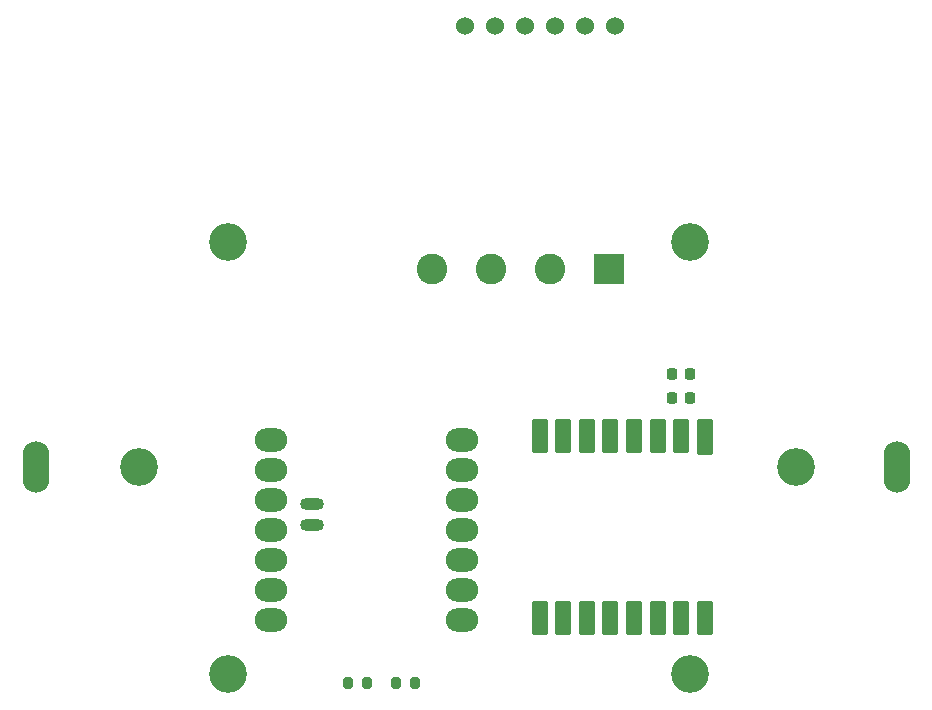
<source format=gbr>
%TF.GenerationSoftware,KiCad,Pcbnew,7.0.9*%
%TF.CreationDate,2024-03-18T18:38:56+01:00*%
%TF.ProjectId,esp32c3,65737033-3263-4332-9e6b-696361645f70,rev?*%
%TF.SameCoordinates,Original*%
%TF.FileFunction,Soldermask,Top*%
%TF.FilePolarity,Negative*%
%FSLAX46Y46*%
G04 Gerber Fmt 4.6, Leading zero omitted, Abs format (unit mm)*
G04 Created by KiCad (PCBNEW 7.0.9) date 2024-03-18 18:38:56*
%MOMM*%
%LPD*%
G01*
G04 APERTURE LIST*
G04 Aperture macros list*
%AMRoundRect*
0 Rectangle with rounded corners*
0 $1 Rounding radius*
0 $2 $3 $4 $5 $6 $7 $8 $9 X,Y pos of 4 corners*
0 Add a 4 corners polygon primitive as box body*
4,1,4,$2,$3,$4,$5,$6,$7,$8,$9,$2,$3,0*
0 Add four circle primitives for the rounded corners*
1,1,$1+$1,$2,$3*
1,1,$1+$1,$4,$5*
1,1,$1+$1,$6,$7*
1,1,$1+$1,$8,$9*
0 Add four rect primitives between the rounded corners*
20,1,$1+$1,$2,$3,$4,$5,0*
20,1,$1+$1,$4,$5,$6,$7,0*
20,1,$1+$1,$6,$7,$8,$9,0*
20,1,$1+$1,$8,$9,$2,$3,0*%
G04 Aperture macros list end*
%ADD10C,1.524000*%
%ADD11C,2.600000*%
%ADD12R,2.600000X2.600000*%
%ADD13C,3.200000*%
%ADD14RoundRect,0.102000X-0.550000X1.400000X-0.550000X-1.400000X0.550000X-1.400000X0.550000X1.400000X0*%
%ADD15RoundRect,0.102000X-0.550000X1.300000X-0.550000X-1.300000X0.550000X-1.300000X0.550000X1.300000X0*%
%ADD16RoundRect,0.102000X0.550000X-1.300000X0.550000X1.300000X-0.550000X1.300000X-0.550000X-1.300000X0*%
%ADD17RoundRect,0.225000X-0.225000X-0.250000X0.225000X-0.250000X0.225000X0.250000X-0.225000X0.250000X0*%
%ADD18RoundRect,0.200000X-0.200000X-0.275000X0.200000X-0.275000X0.200000X0.275000X-0.200000X0.275000X0*%
%ADD19O,2.748280X1.998980*%
%ADD20O,2.032000X1.016000*%
%ADD21O,2.274000X4.344000*%
G04 APERTURE END LIST*
D10*
%TO.C,U1*%
X165862000Y-38354000D03*
X163322000Y-38354000D03*
X160782000Y-38354000D03*
X158242000Y-38354000D03*
X155702000Y-38354000D03*
X153162000Y-38354000D03*
%TD*%
D11*
%TO.C,J2*%
X150354000Y-58928000D03*
X155354000Y-58928000D03*
X160354000Y-58928000D03*
D12*
X165354000Y-58928000D03*
%TD*%
D13*
%TO.C,MH3*%
X172212000Y-93218000D03*
%TD*%
D14*
%TO.C,U3*%
X173482000Y-73152000D03*
D15*
X171482000Y-73052000D03*
X169482000Y-73052000D03*
X167482000Y-73052000D03*
X165482000Y-73052000D03*
X163482000Y-73052000D03*
X161482000Y-73052000D03*
X159482000Y-73052000D03*
D16*
X159482000Y-88452000D03*
X161482000Y-88452000D03*
X163482000Y-88452000D03*
X165482000Y-88452000D03*
X167482000Y-88452000D03*
X169482000Y-88452000D03*
X171482000Y-88452000D03*
X173482000Y-88452000D03*
%TD*%
D13*
%TO.C,MH3*%
X172212000Y-56642000D03*
%TD*%
%TO.C,MH3*%
X133096000Y-93218000D03*
%TD*%
D17*
%TO.C,C2*%
X170662000Y-69820000D03*
X172212000Y-69820000D03*
%TD*%
D18*
%TO.C,R1*%
X143256000Y-93980000D03*
X144906000Y-93980000D03*
%TD*%
D13*
%TO.C,MH3*%
X133096000Y-56642000D03*
%TD*%
D18*
%TO.C,R2*%
X147320000Y-93980000D03*
X148970000Y-93980000D03*
%TD*%
D19*
%TO.C,U2*%
X136743440Y-73406000D03*
X136743440Y-75946000D03*
X136743440Y-78486000D03*
X136743440Y-81026000D03*
X136743440Y-83566000D03*
X136743440Y-86106000D03*
X136743440Y-88646000D03*
X152908000Y-88646000D03*
X152908000Y-86106000D03*
X152908000Y-83566000D03*
X152908000Y-81026000D03*
X152908000Y-78486000D03*
X152908000Y-75946000D03*
X152908000Y-73406000D03*
D20*
X140228320Y-80601820D03*
X140228320Y-78823820D03*
%TD*%
D17*
%TO.C,C1*%
X170675000Y-67818000D03*
X172225000Y-67818000D03*
%TD*%
D13*
%TO.C,BT1*%
X181221000Y-75692000D03*
X125606000Y-75692000D03*
D21*
X189716000Y-75692000D03*
X116816000Y-75692000D03*
%TD*%
M02*

</source>
